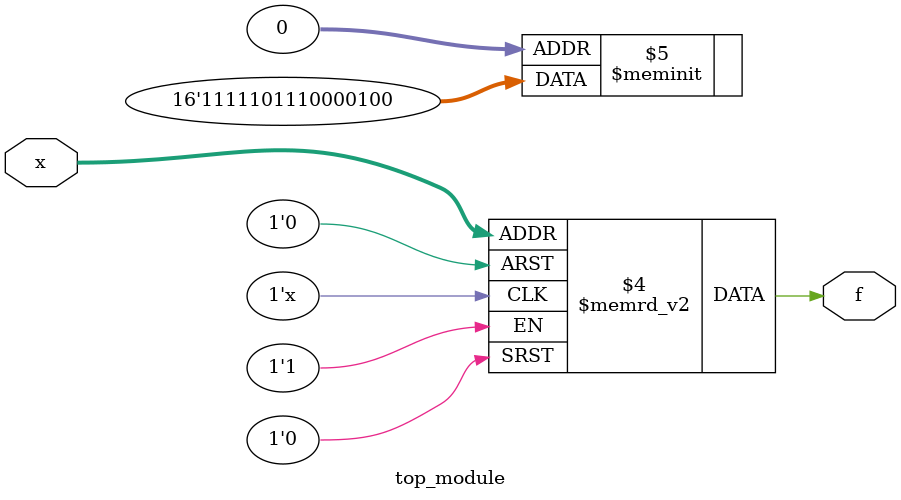
<source format=sv>
module top_module (
    input [4:1] x,
    output logic f
);

    always_comb begin
        case (x)
            4'b0001, // 01
            4'b0100, 4'b0101, // 10, 11
            4'b0110: f = 1'b0; // 01
            4'b1110, // 11
            4'b1111, // 11
            4'b1011, // 01
            4'b1100, 4'b1101, // 01, 10
            4'b1000, 4'b1001: f = 1'b1; // 10, 11
            4'b0010, 4'b0111: f = 1'b1; // 01
            default: f = 1'b0;
        endcase
    end

endmodule

</source>
